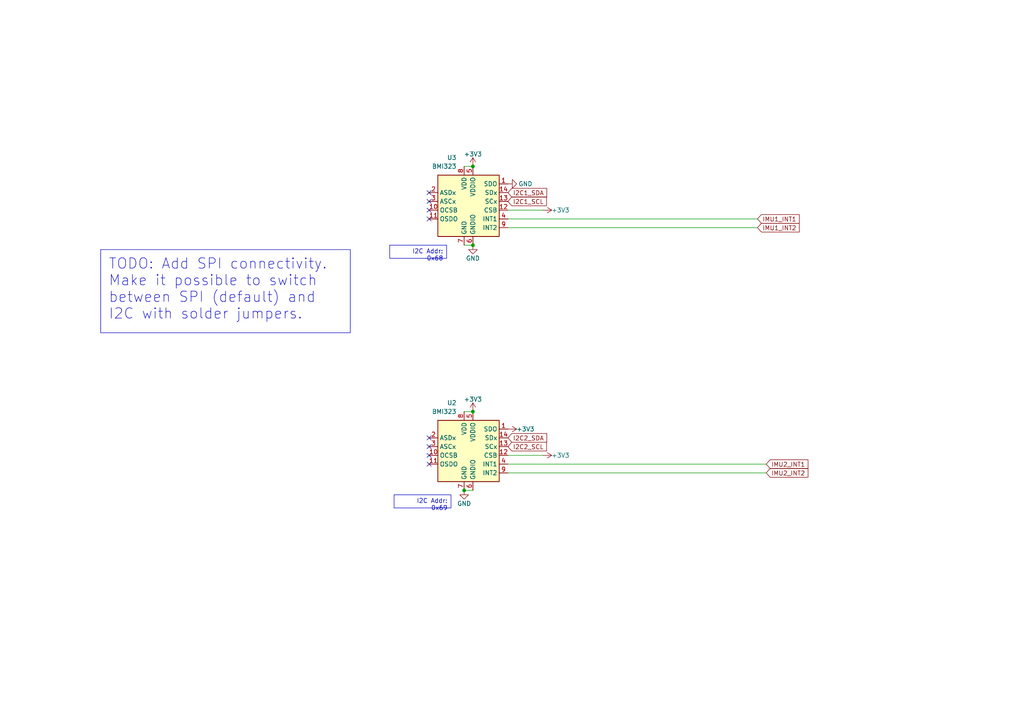
<source format=kicad_sch>
(kicad_sch (version 20230121) (generator eeschema)
  (paper "A4")
  (lib_symbols
    (symbol "Sensor_Motion:BMI160"
      (property "Reference" "U" (at -10.16 8.89 0))
      (property "Value" "BMI160" (at 7.62 8.89 0))
      (symbol "BMI160_1_1"
        (rectangle (start -10.16 7.62) (end 7.62 -10.16) (stroke (width 0.254)) (fill (type background)))
        (pin bidirectional line (at -12.7 5.08 0) (length 2.54) (name "SDO") (number "1"))
        (pin bidirectional line (at 10.16 -2.54 180) (length 2.54) (name "OCSB") (number "10"))
        (pin bidirectional line (at 10.16 -5.08 180) (length 2.54) (name "OSDO") (number "11"))
        (pin input line (at -12.7 -2.54 0) (length 2.54) (name "CSB") (number "12"))
        (pin input line (at -12.7 0 0) (length 2.54) (name "SCx") (number "13"))
        (pin bidirectional line (at -12.7 2.54 0) (length 2.54) (name "SDx") (number "14"))
        (pin bidirectional line (at 10.16 2.54 180) (length 2.54) (name "ASDx") (number "2"))
        (pin output line (at 10.16 0 180) (length 2.54) (name "ASCx") (number "3"))
        (pin bidirectional line (at -12.7 -5.08 0) (length 2.54) (name "INT1") (number "4"))
        (pin power_in line (at -2.54 10.16 270) (length 2.54) (name "VDDIO") (number "5"))
        (pin power_in line (at -2.54 -12.7 90) (length 2.54) (name "GNDIO") (number "6"))
        (pin power_in line (at 0 -12.7 90) (length 2.54) (name "GND") (number "7"))
        (pin power_in line (at 0 10.16 270) (length 2.54) (name "VDD") (number "8"))
        (pin bidirectional line (at -12.7 -7.62 0) (length 2.54) (name "INT2") (number "9"))
      )
    )
    (symbol "power:+3V3" (power) (pin_names (offset 0))
      (property "Value" "+3V3" (at 0 3.556 0))
      (symbol "+3V3_0_1"
        (polyline (pts (xy -0.762 1.27) (xy 0 2.54)))
        (polyline (pts (xy 0 0) (xy 0 2.54)))
        (polyline (pts (xy 0 2.54) (xy 0.762 1.27)))
      )
      (symbol "+3V3_1_1"
        (pin power_in line (at 0 0 90) (length 0) hide (name "+3V3") (number "1"))
      )
    )
    (symbol "power:GND" (power) (pin_names (offset 0))
      (property "Value" "GND" (at 0 -3.81 0))
      (symbol "GND_0_1"
        (polyline (pts (xy 0 0) (xy 0 -1.27) (xy 1.27 -1.27) (xy 0 -2.54) (xy -1.27 -1.27) (xy 0 -1.27)))
      )
      (symbol "GND_1_1"
        (pin power_in line (at 0 0 270) (length 0) hide (name "GND") (number "1"))
      )
    )
  )
  (junction (at 134.62 142.24))
  (junction (at 137.16 71.12))
  (junction (at 137.16 119.38))
  (junction (at 137.16 48.26))
  (no_connect (at 124.46 132.08))
  (no_connect (at 124.46 58.42))
  (no_connect (at 124.46 134.62))
  (no_connect (at 124.46 127))
  (no_connect (at 124.46 60.96))
  (no_connect (at 124.46 63.5))
  (no_connect (at 124.46 55.88))
  (no_connect (at 124.46 129.54))
  (wire (pts (xy 137.16 142.24) (xy 134.62 142.24)))
  (wire (pts (xy 157.48 60.96) (xy 147.32 60.96)))
  (wire (pts (xy 157.48 132.08) (xy 147.32 132.08)))
  (wire (pts (xy 222.25 137.16) (xy 147.32 137.16)))
  (wire (pts (xy 134.62 71.12) (xy 137.16 71.12)))
  (wire (pts (xy 219.71 63.5) (xy 147.32 63.5)))
  (wire (pts (xy 137.16 48.26) (xy 134.62 48.26)))
  (wire (pts (xy 137.16 119.38) (xy 134.62 119.38)))
  (wire (pts (xy 222.25 134.62) (xy 147.32 134.62)))
  (wire (pts (xy 219.71 66.04) (xy 147.32 66.04)))
  (text_box "I2C Addr: 0x69" (at 114.3 143.51 0) (size 16.51 3.81) (effects (font (size 1.27 1.27)) (justify right top)))
  (text_box "I2C Addr: 0x68" (at 113.03 71.12 0) (size 16.51 3.81) (effects (font (size 1.27 1.27)) (justify right top)))
  (text_box "TODO: Add SPI connectivity. Make it possible to switch between SPI (default) and I2C with solder jumpers." (at 29.21 72.39 0) (size 72.39 24.13) (effects (font (size 3 3)) (justify left top)))
  (global_label "I2C2_SDA" (shape input) (at 147.32 127 0) (property "Intersheetrefs" "${INTERSHEET_REFS}" (effects hide)))
  (global_label "I2C2_SCL" (shape input) (at 147.32 129.54 0) (property "Intersheetrefs" "${INTERSHEET_REFS}" (effects hide)))
  (global_label "IMU2_INT1" (shape input) (at 222.25 134.62 0) (property "Intersheetrefs" "${INTERSHEET_REFS}" (effects hide)))
  (global_label "IMU1_INT1" (shape input) (at 219.71 63.5 0) (property "Intersheetrefs" "${INTERSHEET_REFS}" (effects hide)))
  (global_label "I2C1_SDA" (shape input) (at 147.32 55.88 0) (property "Intersheetrefs" "${INTERSHEET_REFS}" (effects hide)))
  (global_label "I2C1_SCL" (shape input) (at 147.32 58.42 0) (property "Intersheetrefs" "${INTERSHEET_REFS}" (effects hide)))
  (global_label "IMU2_INT2" (shape input) (at 222.25 137.16 0) (property "Intersheetrefs" "${INTERSHEET_REFS}" (effects hide)))
  (global_label "IMU1_INT2" (shape input) (at 219.71 66.04 0) (property "Intersheetrefs" "${INTERSHEET_REFS}" (effects hide)))
  (symbol (lib_id "power:+3V3") (at 157.48 60.96 270) (mirror x) (unit 1)
    (property "Reference" "#PWR016" (effects hide))
    (property "Value" "+3V3" (at 162.56 60.96 90))
  )
  (symbol (lib_id "power:GND") (at 147.32 53.34 90) (mirror x) (unit 1)
    (property "Reference" "#PWR015" (effects hide))
    (property "Value" "GND" (at 152.4 53.34 90))
  )
  (symbol (lib_id "Sensor_Motion:BMI160") (at 134.62 58.42 0) (mirror y) (unit 1)
    (property "Reference" "U3" (at 132.4259 45.72 0) (effects (justify left)))
    (property "Value" "BMI323" (at 132.4259 48.26 0) (effects (justify left)))
    (property "Footprint" "Package_LGA:Bosch_LGA-14_3x2.5mm_P0.5mm" (effects hide))
    (property "Datasheet" "https://www.bosch-sensortec.com/media/boschsensortec/downloads/datasheets/bst-bmi160-ds000.pdf" (effects hide))
    (property "MPN" "C5368700" (effects hide))
    (property "Manufacturer" "Bosch Sensortec" (effects hide))
    (property "Manufacturer Part Number" "BMI323" (effects hide))
    (property "Active" "Y" (effects hide))
    (property "Basic or Extended Component" "Extended" (effects hide))
  )
  (symbol (lib_id "power:+3V3") (at 147.32 124.46 270) (mirror x) (unit 1)
    (property "Reference" "#PWR011" (effects hide))
    (property "Value" "+3V3" (at 152.4 124.46 90))
  )
  (symbol (lib_id "power:GND") (at 134.62 142.24 0) (mirror y) (unit 1)
    (property "Reference" "#PWR013" (effects hide))
    (property "Value" "GND" (at 134.62 146.05 0))
  )
  (symbol (lib_id "power:GND") (at 137.16 71.12 0) (mirror y) (unit 1)
    (property "Reference" "#PWR017" (effects hide))
    (property "Value" "GND" (at 137.16 74.93 0))
  )
  (symbol (lib_id "Sensor_Motion:BMI160") (at 134.62 129.54 0) (mirror y) (unit 1)
    (property "Reference" "U2" (at 132.4259 116.84 0) (effects (justify left)))
    (property "Value" "BMI323" (at 132.4259 119.38 0) (effects (justify left)))
    (property "Footprint" "Package_LGA:Bosch_LGA-14_3x2.5mm_P0.5mm" (effects hide))
    (property "Datasheet" "https://www.bosch-sensortec.com/media/boschsensortec/downloads/datasheets/bst-bmi160-ds000.pdf" (effects hide))
    (property "MPN" "C5368700" (effects hide))
    (property "Manufacturer" "Bosch Sensortec" (effects hide))
    (property "Manufacturer Part Number" "BMI323" (effects hide))
    (property "Active" "Y" (effects hide))
    (property "Basic or Extended Component" "Extended" (effects hide))
  )
  (symbol (lib_id "power:+3V3") (at 137.16 48.26 0) (mirror y) (unit 1)
    (property "Reference" "#PWR014" (effects hide))
    (property "Value" "+3V3" (at 137.16 44.704 0))
  )
  (symbol (lib_id "power:+3V3") (at 157.48 132.08 270) (mirror x) (unit 1)
    (property "Reference" "#PWR012" (effects hide))
    (property "Value" "+3V3" (at 162.56 132.08 90))
  )
  (symbol (lib_id "power:+3V3") (at 137.16 119.38 0) (mirror y) (unit 1)
    (property "Reference" "#PWR09" (effects hide))
    (property "Value" "+3V3" (at 137.16 115.824 0))
  )
)
</source>
